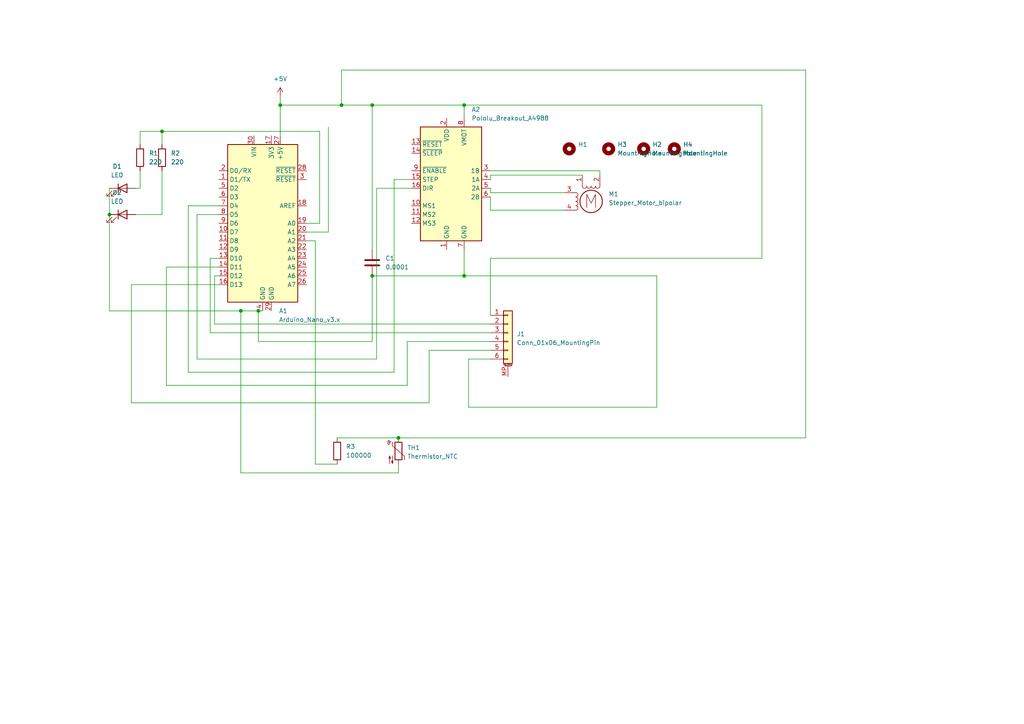
<source format=kicad_sch>
(kicad_sch (version 20250114) (generator "eeschema") (generator_version "9.0")
  (paper "A4")
  (lib_symbols
    (symbol "Connector_Generic_MountingPin:Conn_01x06_MountingPin" (pin_names (offset 1.016) (hide yes))
      (property "Reference" "J" (at 0 7.62 0))
      (property "Value" "Conn_01x06_MountingPin" (at 1.27 -10.16 0))
      (symbol "Conn_01x06_MountingPin_1_1"
        (rectangle (start -1.27 6.35) (end 1.27 -8.89) (stroke (width 0.254)) (fill (type background)))
        (rectangle (start -1.27 5.207) (end 0 4.953) (stroke (width 0.1524)))
        (rectangle (start -1.27 2.667) (end 0 2.413) (stroke (width 0.1524)))
        (rectangle (start -1.27 0.127) (end 0 -0.127) (stroke (width 0.1524)))
        (rectangle (start -1.27 -2.413) (end 0 -2.667) (stroke (width 0.1524)))
        (rectangle (start -1.27 -4.953) (end 0 -5.207) (stroke (width 0.1524)))
        (rectangle (start -1.27 -7.493) (end 0 -7.747) (stroke (width 0.1524)))
        (polyline (pts (xy -1.016 -9.652) (xy 1.016 -9.652)) (stroke (width 0.1524)))
        (text "Mounting" (at 0 -9.271 0) (effects (font (size 0.381 0.381))))
        (pin passive line (at -5.08 5.08 0) (length 3.81) (name "Pin_1") (number "1"))
        (pin passive line (at -5.08 2.54 0) (length 3.81) (name "Pin_2") (number "2"))
        (pin passive line (at -5.08 0 0) (length 3.81) (name "Pin_3") (number "3"))
        (pin passive line (at -5.08 -2.54 0) (length 3.81) (name "Pin_4") (number "4"))
        (pin passive line (at -5.08 -5.08 0) (length 3.81) (name "Pin_5") (number "5"))
        (pin passive line (at -5.08 -7.62 0) (length 3.81) (name "Pin_6") (number "6"))
        (pin passive line (at 0 -12.7 90) (length 3.048) (name "MountPin") (number "MP"))
      )
    )
    (symbol "Device:C" (pin_numbers (hide yes)) (pin_names (offset 0.254))
      (property "Reference" "C" (at 0.635 2.54 0))
      (property "Value" "C" (at 0.635 -2.54 0))
      (symbol "C_0_1"
        (polyline (pts (xy -2.032 0.762) (xy 2.032 0.762)) (stroke (width 0.508)))
        (polyline (pts (xy -2.032 -0.762) (xy 2.032 -0.762)) (stroke (width 0.508)))
      )
      (symbol "C_1_1"
        (pin passive line (at 0 3.81 270) (length 2.794) (name "~") (number "1"))
        (pin passive line (at 0 -3.81 90) (length 2.794) (name "~") (number "2"))
      )
    )
    (symbol "Device:LED" (pin_numbers (hide yes)) (pin_names (offset 1.016) (hide yes))
      (property "Reference" "D" (at 0 2.54 0))
      (property "Value" "LED" (at 0 -2.54 0))
      (symbol "LED_0_1"
        (polyline (pts (xy -3.048 -0.762) (xy -4.572 -2.286) (xy -3.81 -2.286) (xy -4.572 -2.286) (xy -4.572 -1.524)))
        (polyline (pts (xy -1.778 -0.762) (xy -3.302 -2.286) (xy -2.54 -2.286) (xy -3.302 -2.286) (xy -3.302 -1.524)))
        (polyline (pts (xy -1.27 0) (xy 1.27 0)))
        (polyline (pts (xy -1.27 -1.27) (xy -1.27 1.27)) (stroke (width 0.254)))
        (polyline (pts (xy 1.27 -1.27) (xy 1.27 1.27) (xy -1.27 0) (xy 1.27 -1.27)) (stroke (width 0.254)))
      )
      (symbol "LED_1_1"
        (pin passive line (at -3.81 0 0) (length 2.54) (name "K") (number "1"))
        (pin passive line (at 3.81 0 180) (length 2.54) (name "A") (number "2"))
      )
    )
    (symbol "Device:R" (pin_numbers (hide yes)) (pin_names (offset 0))
      (property "Reference" "R" (at 2.032 0 90))
      (property "Value" "R" (at 0 0 90))
      (symbol "R_0_1"
        (rectangle (start -1.016 -2.54) (end 1.016 2.54) (stroke (width 0.254)))
      )
      (symbol "R_1_1"
        (pin passive line (at 0 3.81 270) (length 1.27) (name "~") (number "1"))
        (pin passive line (at 0 -3.81 90) (length 1.27) (name "~") (number "2"))
      )
    )
    (symbol "Device:Thermistor_NTC" (pin_numbers (hide yes)) (pin_names (offset 0))
      (property "Reference" "TH" (at -4.445 0 90))
      (property "Value" "Thermistor_NTC" (at 3.175 0 90))
      (symbol "Thermistor_NTC_0_1"
        (arc (start -3.175 2.413) (mid -3.0506 2.3165) (end -3.048 2.159))
        (arc (start -3.048 2.794) (mid -2.9736 2.9736) (end -2.794 3.048))
        (arc (start -2.794 3.048) (mid -2.6144 2.9736) (end -2.54 2.794))
        (arc (start -2.794 2.54) (mid -2.9736 2.6144) (end -3.048 2.794))
        (arc (start -2.794 1.905) (mid -2.9736 1.9794) (end -3.048 2.159))
        (arc (start -2.54 2.159) (mid -2.6144 1.9794) (end -2.794 1.905))
        (arc (start -2.159 2.794) (mid -2.434 2.5608) (end -2.794 2.54))
        (polyline (pts (xy -2.54 2.159) (xy -2.54 2.794)))
        (polyline (pts (xy -2.54 -3.683) (xy -2.54 -1.397) (xy -2.794 -2.159) (xy -2.286 -2.159) (xy -2.54 -1.397) (xy -2.54 -1.651)) (fill (type outline)))
        (polyline (pts (xy -1.778 2.54) (xy -1.778 1.524) (xy 1.778 -1.524) (xy 1.778 -2.54)))
        (polyline (pts (xy -1.778 -1.397) (xy -1.778 -3.683) (xy -2.032 -2.921) (xy -1.524 -2.921) (xy -1.778 -3.683) (xy -1.778 -3.429)) (fill (type outline)))
        (rectangle (start -1.016 2.54) (end 1.016 -2.54) (stroke (width 0.254)))
      )
      (symbol "Thermistor_NTC_1_1"
        (pin passive line (at 0 3.81 270) (length 1.27) (name "~") (number "1"))
        (pin passive line (at 0 -3.81 90) (length 1.27) (name "~") (number "2"))
      )
    )
    (symbol "Driver_Motor:Pololu_Breakout_A4988"
      (property "Reference" "A" (at -2.54 19.05 0))
      (property "Value" "Pololu_Breakout_A4988" (at -2.54 16.51 0))
      (symbol "Pololu_Breakout_A4988_0_1"
        (rectangle (start 10.16 -17.78) (end -7.62 15.24) (stroke (width 0.254)) (fill (type background)))
      )
      (symbol "Pololu_Breakout_A4988_1_1"
        (pin input line (at -10.16 10.16 0) (length 2.54) (name "~{RESET}") (number "13"))
        (pin input line (at -10.16 7.62 0) (length 2.54) (name "~{SLEEP}") (number "14"))
        (pin input line (at -10.16 2.54 0) (length 2.54) (name "~{ENABLE}") (number "9"))
        (pin input line (at -10.16 0 0) (length 2.54) (name "STEP") (number "15"))
        (pin input line (at -10.16 -2.54 0) (length 2.54) (name "DIR") (number "16"))
        (pin input line (at -10.16 -7.62 0) (length 2.54) (name "MS1") (number "10"))
        (pin input line (at -10.16 -10.16 0) (length 2.54) (name "MS2") (number "11"))
        (pin input line (at -10.16 -12.7 0) (length 2.54) (name "MS3") (number "12"))
        (pin power_in line (at 0 17.78 270) (length 2.54) (name "VDD") (number "2"))
        (pin power_in line (at 0 -20.32 90) (length 2.54) (name "GND") (number "1"))
        (pin power_in line (at 5.08 17.78 270) (length 2.54) (name "VMOT") (number "8"))
        (pin power_in line (at 5.08 -20.32 90) (length 2.54) (name "GND") (number "7"))
        (pin output line (at 12.7 2.54 180) (length 2.54) (name "1B") (number "3"))
        (pin output line (at 12.7 0 180) (length 2.54) (name "1A") (number "4"))
        (pin output line (at 12.7 -2.54 180) (length 2.54) (name "2A") (number "5"))
        (pin output line (at 12.7 -5.08 180) (length 2.54) (name "2B") (number "6"))
      )
    )
    (symbol "MCU_Module:Arduino_Nano_v3.x"
      (property "Reference" "A" (at -10.16 23.495 0))
      (property "Value" "Arduino_Nano_v3.x" (at 5.08 -24.13 0))
      (symbol "Arduino_Nano_v3.x_0_1"
        (rectangle (start -10.16 22.86) (end 10.16 -22.86) (stroke (width 0.254)) (fill (type background)))
      )
      (symbol "Arduino_Nano_v3.x_1_1"
        (pin bidirectional line (at -12.7 15.24 0) (length 2.54) (name "D0/RX") (number "2"))
        (pin bidirectional line (at -12.7 12.7 0) (length 2.54) (name "D1/TX") (number "1"))
        (pin bidirectional line (at -12.7 10.16 0) (length 2.54) (name "D2") (number "5"))
        (pin bidirectional line (at -12.7 7.62 0) (length 2.54) (name "D3") (number "6"))
        (pin bidirectional line (at -12.7 5.08 0) (length 2.54) (name "D4") (number "7"))
        (pin bidirectional line (at -12.7 2.54 0) (length 2.54) (name "D5") (number "8"))
        (pin bidirectional line (at -12.7 0 0) (length 2.54) (name "D6") (number "9"))
        (pin bidirectional line (at -12.7 -2.54 0) (length 2.54) (name "D7") (number "10"))
        (pin bidirectional line (at -12.7 -5.08 0) (length 2.54) (name "D8") (number "11"))
        (pin bidirectional line (at -12.7 -7.62 0) (length 2.54) (name "D9") (number "12"))
        (pin bidirectional line (at -12.7 -10.16 0) (length 2.54) (name "D10") (number "13"))
        (pin bidirectional line (at -12.7 -12.7 0) (length 2.54) (name "D11") (number "14"))
        (pin bidirectional line (at -12.7 -15.24 0) (length 2.54) (name "D12") (number "15"))
        (pin bidirectional line (at -12.7 -17.78 0) (length 2.54) (name "D13") (number "16"))
        (pin power_in line (at -2.54 25.4 270) (length 2.54) (name "VIN") (number "30"))
        (pin power_in line (at 0 -25.4 90) (length 2.54) (name "GND") (number "4"))
        (pin power_out line (at 2.54 25.4 270) (length 2.54) (name "3V3") (number "17"))
        (pin power_in line (at 2.54 -25.4 90) (length 2.54) (name "GND") (number "29"))
        (pin power_out line (at 5.08 25.4 270) (length 2.54) (name "+5V") (number "27"))
        (pin input line (at 12.7 15.24 180) (length 2.54) (name "~{RESET}") (number "28"))
        (pin input line (at 12.7 12.7 180) (length 2.54) (name "~{RESET}") (number "3"))
        (pin input line (at 12.7 5.08 180) (length 2.54) (name "AREF") (number "18"))
        (pin bidirectional line (at 12.7 0 180) (length 2.54) (name "A0") (number "19"))
        (pin bidirectional line (at 12.7 -2.54 180) (length 2.54) (name "A1") (number "20"))
        (pin bidirectional line (at 12.7 -5.08 180) (length 2.54) (name "A2") (number "21"))
        (pin bidirectional line (at 12.7 -7.62 180) (length 2.54) (name "A3") (number "22"))
        (pin bidirectional line (at 12.7 -10.16 180) (length 2.54) (name "A4") (number "23"))
        (pin bidirectional line (at 12.7 -12.7 180) (length 2.54) (name "A5") (number "24"))
        (pin bidirectional line (at 12.7 -15.24 180) (length 2.54) (name "A6") (number "25"))
        (pin bidirectional line (at 12.7 -17.78 180) (length 2.54) (name "A7") (number "26"))
      )
    )
    (symbol "Mechanical:MountingHole" (pin_names (offset 1.016)) (in_bom no)
      (property "Reference" "H" (at 0 5.08 0))
      (property "Value" "MountingHole" (at 0 3.175 0))
      (symbol "MountingHole_0_1"
        (circle (center 0 0) (radius 1.27) (stroke (width 1.27)))
      )
    )
    (symbol "Motor:Stepper_Motor_bipolar" (pin_names (offset 0) (hide yes))
      (property "Reference" "M" (at 3.81 2.54 0))
      (property "Value" "Stepper_Motor_bipolar" (at 3.81 1.27 0))
      (symbol "Stepper_Motor_bipolar_0_0"
        (polyline (pts (xy -1.27 -1.778) (xy -1.27 2.032) (xy 0 -0.508) (xy 1.27 2.032) (xy 1.27 -1.778)))
      )
      (symbol "Stepper_Motor_bipolar_0_1"
        (polyline (pts (xy -5.08 2.54) (xy -4.445 2.54)))
        (polyline (pts (xy -5.08 -2.54) (xy -4.445 -2.54)))
        (arc (start -4.445 2.54) (mid -3.8127 1.905) (end -4.445 1.27))
        (arc (start -4.445 1.27) (mid -3.8127 0.635) (end -4.445 0))
        (arc (start -4.445 0) (mid -3.8127 -0.635) (end -4.445 -1.27))
        (arc (start -4.445 -1.27) (mid -3.8127 -1.905) (end -4.445 -2.54))
        (polyline (pts (xy -2.54 5.08) (xy -2.54 4.445)))
        (arc (start -1.27 4.445) (mid -1.905 3.8127) (end -2.54 4.445))
        (arc (start 0 4.445) (mid -0.635 3.8127) (end -1.27 4.445))
        (circle (center 0 0) (radius 3.2512) (stroke (width 0.254)))
        (arc (start 1.27 4.445) (mid 0.635 3.8127) (end 0 4.445))
        (arc (start 2.54 4.445) (mid 1.905 3.8127) (end 1.27 4.445))
        (polyline (pts (xy 2.54 5.08) (xy 2.54 4.445)))
      )
      (symbol "Stepper_Motor_bipolar_1_1"
        (pin passive line (at -7.62 2.54 0) (length 2.54) (name "~") (number "3"))
        (pin passive line (at -7.62 -2.54 0) (length 2.54) (name "~") (number "4"))
        (pin passive line (at -2.54 7.62 270) (length 2.54) (name "~") (number "1"))
        (pin passive line (at 2.54 7.62 270) (length 2.54) (name "-") (number "2"))
      )
    )
    (symbol "power:+5V" (power) (pin_numbers (hide yes)) (pin_names (offset 0) (hide yes))
      (property "Value" "+5V" (at 0 3.556 0))
      (symbol "+5V_0_1"
        (polyline (pts (xy -0.762 1.27) (xy 0 2.54)))
        (polyline (pts (xy 0 2.54) (xy 0.762 1.27)))
        (polyline (pts (xy 0 0) (xy 0 2.54)))
      )
      (symbol "+5V_1_1"
        (pin power_in line (at 0 0 90) (length 0) (name "~") (number "1"))
      )
    )
  )
  (junction (at 134.62 80.01))
  (junction (at 115.57 127))
  (junction (at 81.28 30.48))
  (junction (at 107.95 80.01))
  (junction (at 107.95 30.48))
  (junction (at 31.75 62.23))
  (junction (at 99.06 30.48))
  (junction (at 69.85 90.17))
  (junction (at 46.99 38.1))
  (junction (at 134.62 30.48))
  (junction (at 74.93 90.17))
  (wire (pts (xy 97.79 127) (xy 115.57 127)))
  (wire (pts (xy 142.24 93.98) (xy 62.23 93.98)))
  (wire (pts (xy 142.24 60.96) (xy 142.24 57.15)))
  (wire (pts (xy 91.44 69.85) (xy 91.44 134.62)))
  (wire (pts (xy 107.95 72.39) (xy 107.95 30.48)))
  (wire (pts (xy 92.71 64.77) (xy 88.9 64.77)))
  (wire (pts (xy 134.62 72.39) (xy 134.62 80.01)))
  (wire (pts (xy 119.38 52.07) (xy 114.3 52.07)))
  (wire (pts (xy 190.5 118.11) (xy 190.5 80.01)))
  (wire (pts (xy 233.68 20.32) (xy 99.06 20.32)))
  (wire (pts (xy 142.24 74.93) (xy 220.98 74.93)))
  (wire (pts (xy 40.64 38.1) (xy 40.64 41.91)))
  (wire (pts (xy 69.85 90.17) (xy 74.93 90.17)))
  (wire (pts (xy 39.37 62.23) (xy 46.99 62.23)))
  (wire (pts (xy 114.3 107.95) (xy 54.61 107.95)))
  (wire (pts (xy 92.71 38.1) (xy 92.71 64.77)))
  (wire (pts (xy 142.24 96.52) (xy 60.96 96.52)))
  (wire (pts (xy 109.22 54.61) (xy 109.22 104.14)))
  (wire (pts (xy 142.24 104.14) (xy 135.89 104.14)))
  (wire (pts (xy 31.75 62.23) (xy 31.75 90.17)))
  (wire (pts (xy 163.83 60.96) (xy 142.24 60.96)))
  (wire (pts (xy 40.64 54.61) (xy 40.64 49.53)))
  (wire (pts (xy 31.75 90.17) (xy 69.85 90.17)))
  (wire (pts (xy 124.46 116.84) (xy 38.1 116.84)))
  (wire (pts (xy 69.85 137.16) (xy 115.57 137.16)))
  (wire (pts (xy 48.26 77.47) (xy 63.5 77.47)))
  (wire (pts (xy 107.95 99.06) (xy 74.93 99.06)))
  (wire (pts (xy 124.46 101.6) (xy 124.46 116.84)))
  (wire (pts (xy 190.5 80.01) (xy 134.62 80.01)))
  (wire (pts (xy 168.91 50.8) (xy 142.24 50.8)))
  (wire (pts (xy 135.89 104.14) (xy 135.89 118.11)))
  (wire (pts (xy 107.95 30.48) (xy 134.62 30.48)))
  (wire (pts (xy 142.24 101.6) (xy 124.46 101.6)))
  (wire (pts (xy 57.15 104.14) (xy 57.15 62.23)))
  (wire (pts (xy 81.28 27.94) (xy 81.28 30.48)))
  (wire (pts (xy 60.96 74.93) (xy 63.5 74.93)))
  (wire (pts (xy 95.25 36.83) (xy 95.25 67.31)))
  (wire (pts (xy 48.26 111.76) (xy 48.26 77.47)))
  (wire (pts (xy 142.24 49.53) (xy 173.99 49.53)))
  (wire (pts (xy 40.64 38.1) (xy 46.99 38.1)))
  (wire (pts (xy 99.06 30.48) (xy 107.95 30.48)))
  (wire (pts (xy 118.11 111.76) (xy 48.26 111.76)))
  (wire (pts (xy 46.99 38.1) (xy 92.71 38.1)))
  (wire (pts (xy 39.37 54.61) (xy 40.64 54.61)))
  (wire (pts (xy 62.23 93.98) (xy 62.23 80.01)))
  (wire (pts (xy 114.3 52.07) (xy 114.3 107.95)))
  (wire (pts (xy 173.99 49.53) (xy 173.99 50.8)))
  (wire (pts (xy 81.28 30.48) (xy 81.28 39.37)))
  (wire (pts (xy 135.89 118.11) (xy 190.5 118.11)))
  (wire (pts (xy 142.24 50.8) (xy 142.24 52.07)))
  (wire (pts (xy 220.98 74.93) (xy 220.98 30.48)))
  (wire (pts (xy 54.61 59.69) (xy 63.5 59.69)))
  (wire (pts (xy 109.22 104.14) (xy 57.15 104.14)))
  (wire (pts (xy 118.11 99.06) (xy 118.11 111.76)))
  (wire (pts (xy 142.24 55.88) (xy 142.24 54.61)))
  (wire (pts (xy 74.93 90.17) (xy 76.2 90.17)))
  (wire (pts (xy 62.23 80.01) (xy 63.5 80.01)))
  (wire (pts (xy 95.25 67.31) (xy 88.9 67.31)))
  (wire (pts (xy 233.68 127) (xy 233.68 20.32)))
  (wire (pts (xy 81.28 30.48) (xy 99.06 30.48)))
  (wire (pts (xy 74.93 99.06) (xy 74.93 90.17)))
  (wire (pts (xy 46.99 62.23) (xy 46.99 49.53)))
  (wire (pts (xy 38.1 116.84) (xy 38.1 82.55)))
  (wire (pts (xy 134.62 80.01) (xy 107.95 80.01)))
  (wire (pts (xy 107.95 80.01) (xy 107.95 99.06)))
  (wire (pts (xy 115.57 137.16) (xy 115.57 134.62)))
  (wire (pts (xy 119.38 54.61) (xy 109.22 54.61)))
  (wire (pts (xy 57.15 62.23) (xy 63.5 62.23)))
  (wire (pts (xy 220.98 30.48) (xy 134.62 30.48)))
  (wire (pts (xy 38.1 82.55) (xy 63.5 82.55)))
  (wire (pts (xy 115.57 127) (xy 233.68 127)))
  (wire (pts (xy 54.61 107.95) (xy 54.61 59.69)))
  (wire (pts (xy 142.24 99.06) (xy 118.11 99.06)))
  (wire (pts (xy 31.75 54.61) (xy 31.75 62.23)))
  (wire (pts (xy 60.96 96.52) (xy 60.96 74.93)))
  (wire (pts (xy 99.06 20.32) (xy 99.06 30.48)))
  (wire (pts (xy 142.24 91.44) (xy 142.24 74.93)))
  (wire (pts (xy 91.44 134.62) (xy 97.79 134.62)))
  (wire (pts (xy 163.83 55.88) (xy 142.24 55.88)))
  (wire (pts (xy 69.85 90.17) (xy 69.85 137.16)))
  (wire (pts (xy 134.62 30.48) (xy 134.62 34.29)))
  (wire (pts (xy 46.99 41.91) (xy 46.99 38.1)))
  (wire (pts (xy 88.9 69.85) (xy 91.44 69.85)))
  (symbol (lib_id "MCU_Module:Arduino_Nano_v3.x") (at 76.2 64.77 0) (unit 1)
    (property "Reference" "A1" (at 80.8833 90.17 0) (effects (justify left)))
    (property "Value" "Arduino_Nano_v3.x" (at 80.8833 92.71 0) (effects (justify left)))
    (property "Footprint" "Module:Arduino_Nano" (effects (hide yes)))
    (property "Datasheet" "http://www.mouser.com/pdfdocs/Gravitech_Arduino_Nano3_0.pdf" (effects (hide yes)))
    (property "Description" "Arduino Nano v3.x" (effects (hide yes)))
  )
  (symbol (lib_id "Device:R") (at 40.64 45.72 0) (unit 1)
    (property "Reference" "R1" (at 43.18 44.4499 0) (effects (justify left)))
    (property "Value" "220" (at 43.18 46.9899 0) (effects (justify left)))
    (property "Footprint" "Resistor_THT:R_Axial_DIN0207_L6.3mm_D2.5mm_P7.62mm_Horizontal" (effects (hide yes)))
    (property "Description" "Resistor" (effects (hide yes)))
  )
  (symbol (lib_id "Device:R") (at 97.79 130.81 0) (unit 1)
    (property "Reference" "R3" (at 100.33 129.5399 0) (effects (justify left)))
    (property "Value" "100000" (at 100.33 132.0799 0) (effects (justify left)))
    (property "Footprint" "Resistor_THT:R_Axial_DIN0207_L6.3mm_D2.5mm_P7.62mm_Horizontal" (effects (hide yes)))
    (property "Description" "Resistor" (effects (hide yes)))
  )
  (symbol (lib_id "Connector_Generic_MountingPin:Conn_01x06_MountingPin") (at 147.32 96.52 0) (unit 1)
    (property "Reference" "J1" (at 149.86 96.8755 0) (effects (justify left)))
    (property "Value" "Conn_01x06_MountingPin" (at 149.86 99.4155 0) (effects (justify left)))
    (property "Footprint" "revthroughbore:revpinout" (effects (hide yes)))
    (property "Description" "Generic connectable mounting pin connector, single row, 01x06, script generated (kicad-library-utils/schlib/autogen/connector/)" (effects (hide yes)))
  )
  (symbol (lib_id "Device:LED") (at 35.56 54.61 0) (unit 1)
    (property "Reference" "D1" (at 33.9725 48.26 0))
    (property "Value" "LED" (at 33.9725 50.8 0))
    (property "Footprint" "LED_THT:LED_D3.0mm" (effects (hide yes)))
    (property "Description" "Light emitting diode" (effects (hide yes)))
    (property "Sim.Pins" "1=K 2=A" (effects (hide yes)))
  )
  (symbol (lib_id "Mechanical:MountingHole") (at 186.69 43.18 0) (unit 1) (in_bom no)
    (property "Reference" "H2" (at 189.23 41.9099 0) (effects (justify left)))
    (property "Value" "MountingHole" (at 189.23 44.4499 0) (effects (justify left)))
    (property "Footprint" "MountingHole:MountingHole_3.2mm_M3" (effects (hide yes)))
    (property "Description" "Mounting Hole without connection" (effects (hide yes)))
  )
  (symbol (lib_id "Device:Thermistor_NTC") (at 115.57 130.81 0) (unit 1)
    (property "Reference" "TH1" (at 118.11 129.8574 0) (effects (justify left)))
    (property "Value" "Thermistor_NTC" (at 118.11 132.3974 0) (effects (justify left)))
    (property "Footprint" "Connector_JST:JST_EH_B2B-EH-A_1x02_P2.50mm_Vertical" (effects (hide yes)))
    (property "Description" "Temperature dependent resistor, negative temperature coefficient" (effects (hide yes)))
  )
  (symbol (lib_id "Device:LED") (at 35.56 62.23 0) (unit 1)
    (property "Reference" "D2" (at 33.9725 55.88 0))
    (property "Value" "LED" (at 33.9725 58.42 0))
    (property "Footprint" "LED_THT:LED_D3.0mm" (effects (hide yes)))
    (property "Description" "Light emitting diode" (effects (hide yes)))
    (property "Sim.Pins" "1=K 2=A" (effects (hide yes)))
  )
  (symbol (lib_id "Driver_Motor:Pololu_Breakout_A4988") (at 129.54 52.07 0) (unit 1)
    (property "Reference" "A2" (at 136.7633 31.75 0) (effects (justify left)))
    (property "Value" "Pololu_Breakout_A4988" (at 136.7633 34.29 0) (effects (justify left)))
    (property "Footprint" "Module:Pololu_Breakout-16_15.2x20.3mm" (effects (hide yes)))
    (property "Datasheet" "https://www.pololu.com/product/2980/pictures" (effects (hide yes)))
    (property "Description" "Pololu Breakout Board, Stepper Driver A4988" (effects (hide yes)))
  )
  (symbol (lib_id "Motor:Stepper_Motor_bipolar") (at 171.45 58.42 0) (unit 1)
    (property "Reference" "M1" (at 176.53 56.299 0) (effects (justify left)))
    (property "Value" "Stepper_Motor_bipolar" (at 176.53 58.839 0) (effects (justify left)))
    (property "Footprint" "a4988_connector:motorconnector" (effects (hide yes)))
    (property "Datasheet" "http://www.infineon.com/dgdl/Application-Note-TLE8110EE_driving_UniPolarStepperMotor_V1.1.pdf?fileId=db3a30431be39b97011be5d0aa0a00b0" (effects (hide yes)))
    (property "Description" "4-wire bipolar stepper motor" (effects (hide yes)))
  )
  (symbol (lib_id "Device:R") (at 46.99 45.72 0) (unit 1)
    (property "Reference" "R2" (at 49.53 44.4499 0) (effects (justify left)))
    (property "Value" "220" (at 49.53 46.9899 0) (effects (justify left)))
    (property "Footprint" "Resistor_THT:R_Axial_DIN0207_L6.3mm_D2.5mm_P7.62mm_Horizontal" (effects (hide yes)))
    (property "Description" "Resistor" (effects (hide yes)))
  )
  (symbol (lib_id "Mechanical:MountingHole") (at 176.53 43.18 0) (unit 1) (in_bom no)
    (property "Reference" "H3" (at 179.07 41.9099 0) (effects (justify left)))
    (property "Value" "MountingHole" (at 179.07 44.4499 0) (effects (justify left)))
    (property "Footprint" "MountingHole:MountingHole_3.2mm_M3" (effects (hide yes)))
    (property "Description" "Mounting Hole without connection" (effects (hide yes)))
  )
  (symbol (lib_id "Mechanical:MountingHole") (at 165.1 43.18 0) (unit 1) (in_bom no)
    (property "Reference" "H1" (at 167.64 41.9099 0) (effects (justify left)))
    (property "Value" "MountingHole" (effects (hide yes)))
    (property "Footprint" "MountingHole:MountingHole_3.2mm_M3" (effects (hide yes)))
    (property "Description" "Mounting Hole without connection" (effects (hide yes)))
  )
  (symbol (lib_id "Mechanical:MountingHole") (at 195.58 43.18 0) (unit 1) (in_bom no)
    (property "Reference" "H4" (at 198.12 41.9099 0) (effects (justify left)))
    (property "Value" "MountingHole" (at 198.12 44.4499 0) (effects (justify left)))
    (property "Footprint" "MountingHole:MountingHole_3.2mm_M3" (effects (hide yes)))
    (property "Description" "Mounting Hole without connection" (effects (hide yes)))
  )
  (symbol (lib_id "Device:C") (at 107.95 76.2 0) (unit 1)
    (property "Reference" "C1" (at 111.76 74.9299 0) (effects (justify left)))
    (property "Value" "0.0001" (at 111.76 77.4699 0) (effects (justify left)))
    (property "Footprint" "Capacitor_THT:C_Disc_D5.0mm_W2.5mm_P2.50mm" (effects (hide yes)))
    (property "Description" "Unpolarized capacitor" (effects (hide yes)))
  )
  (symbol (lib_id "power:+5V") (at 81.28 27.94 0) (unit 1)
    (property "Reference" "#PWR01" (effects (hide yes)))
    (property "Value" "+5V" (at 81.28 22.86 0))
    (property "Description" "Power symbol creates a global label with name \"+5V\"" (effects (hide yes)))
  )
)
</source>
